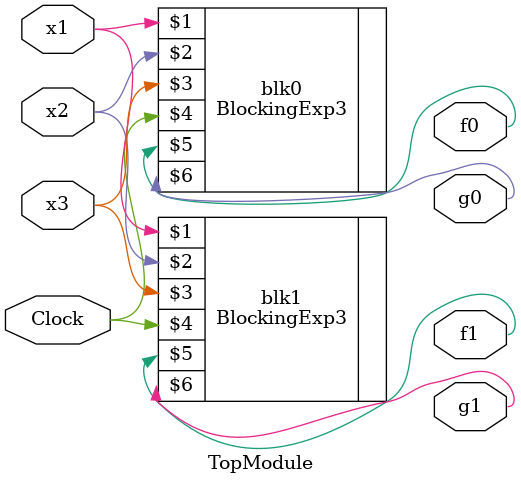
<source format=v>
`timescale 1ns / 1ps


module TopModule(
    input x1, x2, x3, Clock, 
    output f0, g0, f1, g1
    );
    
    BlockingExp3 blk0(x1, x2, x3, Clock, f0, g0);
    BlockingExp3 blk1(x1, x2, x3, Clock, f1, g1);
    
endmodule

</source>
